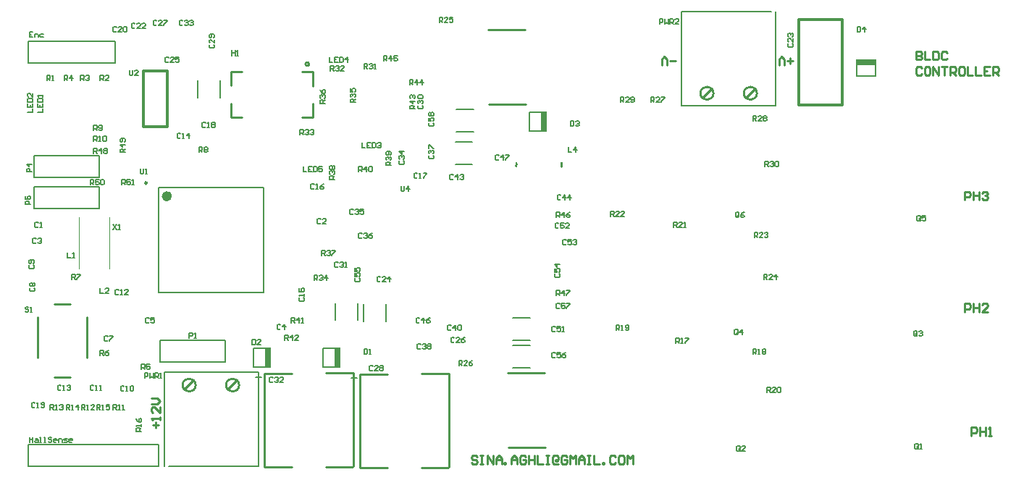
<source format=gto>
G04 Layer_Color=65535*
%FSLAX25Y25*%
%MOIN*%
G70*
G01*
G75*
%ADD40C,0.01000*%
%ADD55C,0.02362*%
%ADD56C,0.00984*%
%ADD57C,0.00787*%
%ADD58C,0.01181*%
%ADD59C,0.00591*%
%ADD60C,0.00394*%
%ADD61C,0.00709*%
%ADD62R,0.03150X0.09449*%
%ADD63R,0.09449X0.03150*%
D40*
X476821Y362689D02*
G03*
X476821Y362689I-3006J0D01*
G01*
X496821D02*
G03*
X496821Y362689I-3006J0D01*
G01*
X386101Y330427D02*
G03*
X386076Y328916I10399J-927D01*
G01*
X406917Y328799D02*
G03*
X406882Y330598I-10417J701D01*
G01*
X290725Y376100D02*
G03*
X290725Y376100I-825J0D01*
G01*
X258506Y228311D02*
G03*
X258506Y228311I-3006J0D01*
G01*
X238506D02*
G03*
X238506Y228311I-3006J0D01*
G01*
X471815Y360500D02*
X475815Y364500D01*
X491815Y360500D02*
X495815Y364500D01*
X314224Y190386D02*
X326626D01*
X342374D02*
X354776D01*
X314224D02*
Y233299D01*
Y233386D02*
X326626D01*
X354924Y190586D02*
Y233499D01*
X342374Y233486D02*
X354776D01*
X270224Y190701D02*
X282626D01*
X298374D02*
X310776D01*
X270224D02*
Y233614D01*
Y233701D02*
X282626D01*
X310924Y190901D02*
Y233814D01*
X298374Y233801D02*
X310776D01*
X188383Y241001D02*
Y259701D01*
X173284Y231801D02*
X180884D01*
X165784Y241000D02*
Y259701D01*
X173284Y265601D02*
X180882D01*
X254900Y351700D02*
X259900D01*
X254900D02*
Y358100D01*
Y372700D02*
X259900D01*
X254900Y366300D02*
Y372700D01*
X287500Y351700D02*
X292500D01*
Y358100D01*
Y366100D02*
Y372500D01*
X287500D02*
X292500D01*
X253500Y226500D02*
X257500Y230500D01*
X233500Y226500D02*
X237500Y230500D01*
X373180Y391900D02*
X390180D01*
X373280Y357700D02*
X390280D01*
X382200Y233900D02*
X399200D01*
X382300Y199700D02*
X399300D01*
X570000Y382059D02*
Y378123D01*
X571968D01*
X572624Y378779D01*
Y379435D01*
X571968Y380091D01*
X570000D01*
X571968D01*
X572624Y380747D01*
Y381403D01*
X571968Y382059D01*
X570000D01*
X573936D02*
Y378123D01*
X576560D01*
X577872Y382059D02*
Y378123D01*
X579839D01*
X580495Y378779D01*
Y381403D01*
X579839Y382059D01*
X577872D01*
X584431Y381403D02*
X583775Y382059D01*
X582463D01*
X581807Y381403D01*
Y378779D01*
X582463Y378123D01*
X583775D01*
X584431Y378779D01*
X572624Y374280D02*
X571968Y374936D01*
X570656D01*
X570000Y374280D01*
Y371656D01*
X570656Y371000D01*
X571968D01*
X572624Y371656D01*
X575904Y374936D02*
X574592D01*
X573936Y374280D01*
Y371656D01*
X574592Y371000D01*
X575904D01*
X576560Y371656D01*
Y374280D01*
X575904Y374936D01*
X577872Y371000D02*
Y374936D01*
X580495Y371000D01*
Y374936D01*
X581807D02*
X584431D01*
X583119D01*
Y371000D01*
X585743D02*
Y374936D01*
X587711D01*
X588367Y374280D01*
Y372968D01*
X587711Y372312D01*
X585743D01*
X587055D02*
X588367Y371000D01*
X591647Y374936D02*
X590335D01*
X589679Y374280D01*
Y371656D01*
X590335Y371000D01*
X591647D01*
X592303Y371656D01*
Y374280D01*
X591647Y374936D01*
X593614D02*
Y371000D01*
X596238D01*
X597550Y374936D02*
Y371000D01*
X600174D01*
X604110Y374936D02*
X601486D01*
Y371000D01*
X604110D01*
X601486Y372968D02*
X602798D01*
X605422Y371000D02*
Y374936D01*
X607389D01*
X608045Y374280D01*
Y372968D01*
X607389Y372312D01*
X605422D01*
X606734D02*
X608045Y371000D01*
X220032Y208500D02*
Y211124D01*
X218720Y209812D02*
X221344D01*
X222000Y212436D02*
Y213748D01*
Y213092D01*
X218064D01*
X218720Y212436D01*
X222000Y218339D02*
Y215716D01*
X219376Y218339D01*
X218720D01*
X218064Y217683D01*
Y216371D01*
X218720Y215716D01*
X218064Y219651D02*
X220688D01*
X222000Y220963D01*
X220688Y222275D01*
X218064D01*
X459500Y377532D02*
X456876D01*
X455564Y375564D02*
Y378188D01*
X454252Y379500D01*
X452940Y378188D01*
Y375564D01*
X513500Y377532D02*
X510876D01*
X512188Y376220D02*
Y378844D01*
X509564Y375564D02*
Y378188D01*
X508252Y379500D01*
X506940Y378188D01*
Y375564D01*
X595500Y205000D02*
Y208936D01*
X597468D01*
X598124Y208280D01*
Y206968D01*
X597468Y206312D01*
X595500D01*
X599436Y208936D02*
Y205000D01*
Y206968D01*
X602060D01*
Y208936D01*
Y205000D01*
X603371D02*
X604683D01*
X604027D01*
Y208936D01*
X603371Y208280D01*
X592500Y262000D02*
Y265936D01*
X594468D01*
X595124Y265280D01*
Y263968D01*
X594468Y263312D01*
X592500D01*
X596436Y265936D02*
Y262000D01*
Y263968D01*
X599060D01*
Y265936D01*
Y262000D01*
X602995D02*
X600372D01*
X602995Y264624D01*
Y265280D01*
X602339Y265936D01*
X601027D01*
X600372Y265280D01*
X592500Y313500D02*
Y317436D01*
X594468D01*
X595124Y316780D01*
Y315468D01*
X594468Y314812D01*
X592500D01*
X596436Y317436D02*
Y313500D01*
Y315468D01*
X599060D01*
Y317436D01*
Y313500D01*
X600372Y316780D02*
X601027Y317436D01*
X602339D01*
X602995Y316780D01*
Y316124D01*
X602339Y315468D01*
X601683D01*
X602339D01*
X602995Y314812D01*
Y314156D01*
X602339Y313500D01*
X601027D01*
X600372Y314156D01*
X368124Y195280D02*
X367468Y195936D01*
X366156D01*
X365500Y195280D01*
Y194624D01*
X366156Y193968D01*
X367468D01*
X368124Y193312D01*
Y192656D01*
X367468Y192000D01*
X366156D01*
X365500Y192656D01*
X369436Y195936D02*
X370748D01*
X370092D01*
Y192000D01*
X369436D01*
X370748D01*
X372715D02*
Y195936D01*
X375339Y192000D01*
Y195936D01*
X376651Y192000D02*
Y194624D01*
X377963Y195936D01*
X379275Y194624D01*
Y192000D01*
Y193968D01*
X376651D01*
X380587Y192000D02*
Y192656D01*
X381243D01*
Y192000D01*
X380587D01*
X383867D02*
Y194624D01*
X385179Y195936D01*
X386491Y194624D01*
Y192000D01*
Y193968D01*
X383867D01*
X390426Y195280D02*
X389770Y195936D01*
X388458D01*
X387803Y195280D01*
Y192656D01*
X388458Y192000D01*
X389770D01*
X390426Y192656D01*
Y193968D01*
X389114D01*
X391738Y195936D02*
Y192000D01*
Y193968D01*
X394362D01*
Y195936D01*
Y192000D01*
X395674Y195936D02*
Y192000D01*
X398298D01*
X399610Y195936D02*
X400922D01*
X400266D01*
Y192000D01*
X399610D01*
X400922D01*
X404857Y193312D02*
Y193968D01*
X404201D01*
Y193312D01*
X404857D01*
X405513Y193968D01*
Y195280D01*
X404857Y195936D01*
X403546D01*
X402889Y195280D01*
Y192656D01*
X403546Y192000D01*
X405513D01*
X409449Y195280D02*
X408793Y195936D01*
X407481D01*
X406825Y195280D01*
Y192656D01*
X407481Y192000D01*
X408793D01*
X409449Y192656D01*
Y193968D01*
X408137D01*
X410761Y192000D02*
Y195936D01*
X412073Y194624D01*
X413385Y195936D01*
Y192000D01*
X414697D02*
Y194624D01*
X416009Y195936D01*
X417321Y194624D01*
Y192000D01*
Y193968D01*
X414697D01*
X418633Y195936D02*
X419944D01*
X419288D01*
Y192000D01*
X418633D01*
X419944D01*
X421912Y195936D02*
Y192000D01*
X424536D01*
X425848D02*
Y192656D01*
X426504D01*
Y192000D01*
X425848D01*
X431752Y195280D02*
X431096Y195936D01*
X429784D01*
X429128Y195280D01*
Y192656D01*
X429784Y192000D01*
X431096D01*
X431752Y192656D01*
X435031Y195936D02*
X433719D01*
X433064Y195280D01*
Y192656D01*
X433719Y192000D01*
X435031D01*
X435687Y192656D01*
Y195280D01*
X435031Y195936D01*
X436999Y192000D02*
Y195936D01*
X438311Y194624D01*
X439623Y195936D01*
Y192000D01*
D55*
X226394Y315276D02*
G03*
X226394Y315276I-1181J0D01*
G01*
D56*
X216059Y321378D02*
G03*
X216059Y321378I-492J0D01*
G01*
D57*
X161500Y376500D02*
Y386500D01*
X201500D01*
X161500Y376500D02*
X201500D01*
Y386500D01*
X161500Y201000D02*
X221500D01*
X161500Y191000D02*
X221500D01*
Y201000D01*
X161500Y191000D02*
Y201000D01*
X462004Y400185D02*
X483658D01*
X462004Y356878D02*
Y400185D01*
Y356878D02*
X483658D01*
X505311D02*
Y400185D01*
X483658D02*
X503342D01*
X483658Y356878D02*
X505311D01*
X326118Y257618D02*
Y265492D01*
X315882Y257618D02*
Y265492D01*
X384508Y236382D02*
X392382D01*
X384508Y246618D02*
X392382D01*
X384508Y248882D02*
X392382D01*
X384508Y259118D02*
X392382D01*
X392000Y345169D02*
X399500D01*
X392000Y353831D02*
X399500D01*
X392000Y345169D02*
Y353831D01*
X358008Y329882D02*
X365882D01*
X358008Y340118D02*
X365882D01*
X358508Y344882D02*
X366382D01*
X358508Y355118D02*
X366382D01*
X302882Y258118D02*
Y265992D01*
X313118Y258118D02*
Y265992D01*
X297000Y236669D02*
X304500D01*
X297000Y245331D02*
X304500D01*
X297000Y236669D02*
Y245331D01*
X265000Y236669D02*
X272500D01*
X265000Y245331D02*
X272500D01*
X265000Y236669D02*
Y245331D01*
X222000Y239000D02*
Y249000D01*
X252000D01*
Y239000D02*
Y249000D01*
X222000Y239000D02*
X252000D01*
X164000Y334000D02*
X194000D01*
X164000Y324000D02*
Y334000D01*
Y324000D02*
X194000D01*
Y334000D01*
X164000Y319500D02*
X194000D01*
X164000Y309500D02*
Y319500D01*
Y309500D02*
X194000D01*
Y319500D01*
X221276Y270787D02*
X269701D01*
X221276Y319213D02*
X269701D01*
Y270787D02*
Y319213D01*
X221276Y270787D02*
Y319213D01*
X249618Y360618D02*
Y368492D01*
X239382Y360618D02*
Y368492D01*
X245657Y190815D02*
X267311D01*
Y234122D01*
X245657D02*
X267311D01*
X224004Y190815D02*
Y234122D01*
X225972Y190815D02*
X245657D01*
X224004Y234122D02*
X245657D01*
X551331Y370500D02*
Y378000D01*
X542669Y370500D02*
Y378000D01*
Y370500D02*
X551331D01*
D58*
X516354Y396693D02*
X536039D01*
X516354Y357323D02*
X536039D01*
X515961D02*
Y396693D01*
X536039Y357323D02*
Y396693D01*
X225500Y347295D02*
Y372886D01*
X214300Y347295D02*
X225500D01*
X214300D02*
Y372886D01*
X225500D01*
D59*
X310000Y231485D02*
X312600D01*
X311300Y230185D02*
Y232785D01*
X266000Y231800D02*
X268600D01*
X267300Y230500D02*
Y233100D01*
D60*
X198600Y282007D02*
Y305629D01*
X184800Y282029D02*
Y305629D01*
D61*
X163574Y390861D02*
X162000D01*
Y388500D01*
X163574D01*
X162000Y389681D02*
X162787D01*
X164361Y388500D02*
Y390074D01*
X165542D01*
X165936Y389681D01*
Y388500D01*
X168297Y390074D02*
X167116D01*
X166723Y389681D01*
Y388894D01*
X167116Y388500D01*
X168297D01*
X162000Y204361D02*
Y202000D01*
Y203181D01*
X163574D01*
Y204361D01*
Y202000D01*
X164755Y203574D02*
X165542D01*
X165936Y203181D01*
Y202000D01*
X164755D01*
X164361Y202394D01*
X164755Y202787D01*
X165936D01*
X166723Y202000D02*
X167510D01*
X167116D01*
Y204361D01*
X166723D01*
X168691Y202000D02*
X169478D01*
X169084D01*
Y204361D01*
X168691D01*
X172233Y203968D02*
X171839Y204361D01*
X171052D01*
X170659Y203968D01*
Y203574D01*
X171052Y203181D01*
X171839D01*
X172233Y202787D01*
Y202394D01*
X171839Y202000D01*
X171052D01*
X170659Y202394D01*
X174201Y202000D02*
X173414D01*
X173020Y202394D01*
Y203181D01*
X173414Y203574D01*
X174201D01*
X174594Y203181D01*
Y202787D01*
X173020D01*
X175382Y202000D02*
Y203574D01*
X176562D01*
X176956Y203181D01*
Y202000D01*
X177743D02*
X178924D01*
X179317Y202394D01*
X178924Y202787D01*
X178137D01*
X177743Y203181D01*
X178137Y203574D01*
X179317D01*
X181285Y202000D02*
X180498D01*
X180104Y202394D01*
Y203181D01*
X180498Y203574D01*
X181285D01*
X181679Y203181D01*
Y202787D01*
X180104D01*
X452000Y394500D02*
Y396861D01*
X453181D01*
X453574Y396468D01*
Y395681D01*
X453181Y395287D01*
X452000D01*
X454361Y396861D02*
Y394500D01*
X455149Y395287D01*
X455936Y394500D01*
Y396861D01*
X456723Y394500D02*
Y396861D01*
X457904D01*
X458297Y396468D01*
Y395681D01*
X457904Y395287D01*
X456723D01*
X457510D02*
X458297Y394500D01*
X460659D02*
X459084D01*
X460659Y396074D01*
Y396468D01*
X460265Y396861D01*
X459478D01*
X459084Y396468D01*
X511532Y385574D02*
X511139Y385181D01*
Y384394D01*
X511532Y384000D01*
X513106D01*
X513500Y384394D01*
Y385181D01*
X513106Y385574D01*
X513500Y387936D02*
Y386361D01*
X511926Y387936D01*
X511532D01*
X511139Y387542D01*
Y386755D01*
X511532Y386361D01*
Y388723D02*
X511139Y389116D01*
Y389904D01*
X511532Y390297D01*
X511926D01*
X512319Y389904D01*
Y389510D01*
Y389904D01*
X512713Y390297D01*
X513106D01*
X513500Y389904D01*
Y389116D01*
X513106Y388723D01*
X571074Y199394D02*
Y200968D01*
X570681Y201361D01*
X569894D01*
X569500Y200968D01*
Y199394D01*
X569894Y199000D01*
X570681D01*
X570287Y199787D02*
X571074Y199000D01*
X570681D02*
X571074Y199394D01*
X571861Y199000D02*
X572649D01*
X572255D01*
Y201361D01*
X571861Y200968D01*
X570574Y251394D02*
Y252968D01*
X570181Y253361D01*
X569394D01*
X569000Y252968D01*
Y251394D01*
X569394Y251000D01*
X570181D01*
X569787Y251787D02*
X570574Y251000D01*
X570181D02*
X570574Y251394D01*
X571361Y252968D02*
X571755Y253361D01*
X572542D01*
X572936Y252968D01*
Y252574D01*
X572542Y252181D01*
X572149D01*
X572542D01*
X572936Y251787D01*
Y251394D01*
X572542Y251000D01*
X571755D01*
X571361Y251394D01*
X572074Y304394D02*
Y305968D01*
X571681Y306361D01*
X570894D01*
X570500Y305968D01*
Y304394D01*
X570894Y304000D01*
X571681D01*
X571287Y304787D02*
X572074Y304000D01*
X571681D02*
X572074Y304394D01*
X574436Y306361D02*
X572861D01*
Y305181D01*
X573649Y305574D01*
X574042D01*
X574436Y305181D01*
Y304394D01*
X574042Y304000D01*
X573255D01*
X572861Y304394D01*
X488574Y305894D02*
Y307468D01*
X488181Y307861D01*
X487394D01*
X487000Y307468D01*
Y305894D01*
X487394Y305500D01*
X488181D01*
X487787Y306287D02*
X488574Y305500D01*
X488181D02*
X488574Y305894D01*
X490936Y307861D02*
X490149Y307468D01*
X489361Y306681D01*
Y305894D01*
X489755Y305500D01*
X490542D01*
X490936Y305894D01*
Y306287D01*
X490542Y306681D01*
X489361D01*
X488074Y251894D02*
Y253468D01*
X487681Y253861D01*
X486894D01*
X486500Y253468D01*
Y251894D01*
X486894Y251500D01*
X487681D01*
X487287Y252287D02*
X488074Y251500D01*
X487681D02*
X488074Y251894D01*
X490042Y251500D02*
Y253861D01*
X488861Y252681D01*
X490436D01*
X489074Y198394D02*
Y199968D01*
X488681Y200361D01*
X487894D01*
X487500Y199968D01*
Y198394D01*
X487894Y198000D01*
X488681D01*
X488287Y198787D02*
X489074Y198000D01*
X488681D02*
X489074Y198394D01*
X491436Y198000D02*
X489861D01*
X491436Y199574D01*
Y199968D01*
X491042Y200361D01*
X490255D01*
X489861Y199968D01*
X323574Y277968D02*
X323181Y278361D01*
X322394D01*
X322000Y277968D01*
Y276394D01*
X322394Y276000D01*
X323181D01*
X323574Y276394D01*
X325936Y276000D02*
X324361D01*
X325936Y277574D01*
Y277968D01*
X325542Y278361D01*
X324755D01*
X324361Y277968D01*
X327904Y276000D02*
Y278361D01*
X326723Y277181D01*
X328297D01*
X341574Y258968D02*
X341181Y259361D01*
X340394D01*
X340000Y258968D01*
Y257394D01*
X340394Y257000D01*
X341181D01*
X341574Y257394D01*
X343542Y257000D02*
Y259361D01*
X342361Y258181D01*
X343936D01*
X346297Y259361D02*
X345510Y258968D01*
X344723Y258181D01*
Y257394D01*
X345116Y257000D01*
X345904D01*
X346297Y257394D01*
Y257787D01*
X345904Y258181D01*
X344723D01*
X342074Y246968D02*
X341681Y247361D01*
X340894D01*
X340500Y246968D01*
Y245394D01*
X340894Y245000D01*
X341681D01*
X342074Y245394D01*
X342861Y246968D02*
X343255Y247361D01*
X344042D01*
X344436Y246968D01*
Y246574D01*
X344042Y246181D01*
X343649D01*
X344042D01*
X344436Y245787D01*
Y245394D01*
X344042Y245000D01*
X343255D01*
X342861Y245394D01*
X345223Y246968D02*
X345616Y247361D01*
X346404D01*
X346797Y246968D01*
Y246574D01*
X346404Y246181D01*
X346797Y245787D01*
Y245394D01*
X346404Y245000D01*
X345616D01*
X345223Y245394D01*
Y245787D01*
X345616Y246181D01*
X345223Y246574D01*
Y246968D01*
X345616Y246181D02*
X346404D01*
X357574Y249968D02*
X357181Y250361D01*
X356394D01*
X356000Y249968D01*
Y248394D01*
X356394Y248000D01*
X357181D01*
X357574Y248394D01*
X359936Y248000D02*
X358361D01*
X359936Y249574D01*
Y249968D01*
X359542Y250361D01*
X358755D01*
X358361Y249968D01*
X362297Y250361D02*
X361510Y249968D01*
X360723Y249181D01*
Y248394D01*
X361116Y248000D01*
X361904D01*
X362297Y248394D01*
Y248787D01*
X361904Y249181D01*
X360723D01*
X356074Y255468D02*
X355681Y255861D01*
X354894D01*
X354500Y255468D01*
Y253894D01*
X354894Y253500D01*
X355681D01*
X356074Y253894D01*
X358042Y253500D02*
Y255861D01*
X356861Y254681D01*
X358436D01*
X359223Y255468D02*
X359616Y255861D01*
X360404D01*
X360797Y255468D01*
Y253894D01*
X360404Y253500D01*
X359616D01*
X359223Y253894D01*
Y255468D01*
X404074Y242968D02*
X403681Y243361D01*
X402894D01*
X402500Y242968D01*
Y241394D01*
X402894Y241000D01*
X403681D01*
X404074Y241394D01*
X406436Y243361D02*
X404861D01*
Y242181D01*
X405649Y242574D01*
X406042D01*
X406436Y242181D01*
Y241394D01*
X406042Y241000D01*
X405255D01*
X404861Y241394D01*
X408797Y243361D02*
X408010Y242968D01*
X407223Y242181D01*
Y241394D01*
X407616Y241000D01*
X408404D01*
X408797Y241394D01*
Y241787D01*
X408404Y242181D01*
X407223D01*
X404074Y254968D02*
X403681Y255361D01*
X402894D01*
X402500Y254968D01*
Y253394D01*
X402894Y253000D01*
X403681D01*
X404074Y253394D01*
X406436Y255361D02*
X404861D01*
Y254181D01*
X405649Y254574D01*
X406042D01*
X406436Y254181D01*
Y253394D01*
X406042Y253000D01*
X405255D01*
X404861Y253394D01*
X407223Y253000D02*
X408010D01*
X407616D01*
Y255361D01*
X407223Y254968D01*
X406074Y265468D02*
X405681Y265861D01*
X404894D01*
X404500Y265468D01*
Y263894D01*
X404894Y263500D01*
X405681D01*
X406074Y263894D01*
X408436Y265861D02*
X406861D01*
Y264681D01*
X407649Y265074D01*
X408042D01*
X408436Y264681D01*
Y263894D01*
X408042Y263500D01*
X407255D01*
X406861Y263894D01*
X409223Y265861D02*
X410797D01*
Y265468D01*
X409223Y263894D01*
Y263500D01*
X404500Y269500D02*
Y271861D01*
X405681D01*
X406074Y271468D01*
Y270681D01*
X405681Y270287D01*
X404500D01*
X405287D02*
X406074Y269500D01*
X408042D02*
Y271861D01*
X406861Y270681D01*
X408436D01*
X409223Y271861D02*
X410797D01*
Y271468D01*
X409223Y269894D01*
Y269500D01*
X404032Y279574D02*
X403639Y279181D01*
Y278394D01*
X404032Y278000D01*
X405606D01*
X406000Y278394D01*
Y279181D01*
X405606Y279574D01*
X403639Y281936D02*
Y280361D01*
X404819D01*
X404426Y281149D01*
Y281542D01*
X404819Y281936D01*
X405606D01*
X406000Y281542D01*
Y280755D01*
X405606Y280361D01*
X406000Y283904D02*
X403639D01*
X404819Y282723D01*
Y284297D01*
X409074Y294968D02*
X408681Y295361D01*
X407894D01*
X407500Y294968D01*
Y293394D01*
X407894Y293000D01*
X408681D01*
X409074Y293394D01*
X411436Y295361D02*
X409861D01*
Y294181D01*
X410649Y294574D01*
X411042D01*
X411436Y294181D01*
Y293394D01*
X411042Y293000D01*
X410255D01*
X409861Y293394D01*
X412223Y294968D02*
X412616Y295361D01*
X413404D01*
X413797Y294968D01*
Y294574D01*
X413404Y294181D01*
X413010D01*
X413404D01*
X413797Y293787D01*
Y293394D01*
X413404Y293000D01*
X412616D01*
X412223Y293394D01*
X405574Y302468D02*
X405181Y302861D01*
X404394D01*
X404000Y302468D01*
Y300894D01*
X404394Y300500D01*
X405181D01*
X405574Y300894D01*
X407936Y302861D02*
X406361D01*
Y301681D01*
X407149Y302074D01*
X407542D01*
X407936Y301681D01*
Y300894D01*
X407542Y300500D01*
X406755D01*
X406361Y300894D01*
X410297Y300500D02*
X408723D01*
X410297Y302074D01*
Y302468D01*
X409904Y302861D01*
X409116D01*
X408723Y302468D01*
X404500Y305500D02*
Y307861D01*
X405681D01*
X406074Y307468D01*
Y306681D01*
X405681Y306287D01*
X404500D01*
X405287D02*
X406074Y305500D01*
X408042D02*
Y307861D01*
X406861Y306681D01*
X408436D01*
X410797Y307861D02*
X410010Y307468D01*
X409223Y306681D01*
Y305894D01*
X409616Y305500D01*
X410404D01*
X410797Y305894D01*
Y306287D01*
X410404Y306681D01*
X409223D01*
X406574Y315468D02*
X406181Y315861D01*
X405394D01*
X405000Y315468D01*
Y313894D01*
X405394Y313500D01*
X406181D01*
X406574Y313894D01*
X408542Y313500D02*
Y315861D01*
X407361Y314681D01*
X408936D01*
X410904Y313500D02*
Y315861D01*
X409723Y314681D01*
X411297D01*
X410000Y337861D02*
Y335500D01*
X411574D01*
X413542D02*
Y337861D01*
X412361Y336681D01*
X413936D01*
X411000Y349861D02*
Y347500D01*
X412181D01*
X412574Y347894D01*
Y349468D01*
X412181Y349861D01*
X411000D01*
X413361Y349468D02*
X413755Y349861D01*
X414542D01*
X414936Y349468D01*
Y349074D01*
X414542Y348681D01*
X414149D01*
X414542D01*
X414936Y348287D01*
Y347894D01*
X414542Y347500D01*
X413755D01*
X413361Y347894D01*
X378074Y333968D02*
X377681Y334361D01*
X376894D01*
X376500Y333968D01*
Y332394D01*
X376894Y332000D01*
X377681D01*
X378074Y332394D01*
X380042Y332000D02*
Y334361D01*
X378861Y333181D01*
X380436D01*
X381223Y334361D02*
X382797D01*
Y333968D01*
X381223Y332394D01*
Y332000D01*
X357074Y324968D02*
X356681Y325361D01*
X355894D01*
X355500Y324968D01*
Y323394D01*
X355894Y323000D01*
X356681D01*
X357074Y323394D01*
X359042Y323000D02*
Y325361D01*
X357861Y324181D01*
X359436D01*
X360223Y324968D02*
X360616Y325361D01*
X361404D01*
X361797Y324968D01*
Y324574D01*
X361404Y324181D01*
X361010D01*
X361404D01*
X361797Y323787D01*
Y323394D01*
X361404Y323000D01*
X360616D01*
X360223Y323394D01*
X340574Y325468D02*
X340181Y325861D01*
X339394D01*
X339000Y325468D01*
Y323894D01*
X339394Y323500D01*
X340181D01*
X340574Y323894D01*
X341361Y323500D02*
X342149D01*
X341755D01*
Y325861D01*
X341361Y325468D01*
X343329Y325861D02*
X344904D01*
Y325468D01*
X343329Y323894D01*
Y323500D01*
X333000Y319861D02*
Y317894D01*
X333394Y317500D01*
X334181D01*
X334574Y317894D01*
Y319861D01*
X336542Y317500D02*
Y319861D01*
X335361Y318681D01*
X336936D01*
X346032Y334074D02*
X345639Y333681D01*
Y332894D01*
X346032Y332500D01*
X347606D01*
X348000Y332894D01*
Y333681D01*
X347606Y334074D01*
X346032Y334861D02*
X345639Y335255D01*
Y336042D01*
X346032Y336436D01*
X346426D01*
X346819Y336042D01*
Y335649D01*
Y336042D01*
X347213Y336436D01*
X347606D01*
X348000Y336042D01*
Y335255D01*
X347606Y334861D01*
X345639Y337223D02*
Y338797D01*
X346032D01*
X347606Y337223D01*
X348000D01*
X346032Y349074D02*
X345639Y348681D01*
Y347894D01*
X346032Y347500D01*
X347606D01*
X348000Y347894D01*
Y348681D01*
X347606Y349074D01*
X345639Y351436D02*
Y349861D01*
X346819D01*
X346426Y350649D01*
Y351042D01*
X346819Y351436D01*
X347606D01*
X348000Y351042D01*
Y350255D01*
X347606Y349861D01*
X346032Y352223D02*
X345639Y352616D01*
Y353404D01*
X346032Y353797D01*
X346426D01*
X346819Y353404D01*
X347213Y353797D01*
X347606D01*
X348000Y353404D01*
Y352616D01*
X347606Y352223D01*
X347213D01*
X346819Y352616D01*
X346426Y352223D01*
X346032D01*
X346819Y352616D02*
Y353404D01*
X339500Y355500D02*
X337139D01*
Y356681D01*
X337532Y357074D01*
X338319D01*
X338713Y356681D01*
Y355500D01*
Y356287D02*
X339500Y357074D01*
Y359042D02*
X337139D01*
X338319Y357861D01*
Y359436D01*
X337532Y360223D02*
X337139Y360616D01*
Y361404D01*
X337532Y361797D01*
X337926D01*
X338319Y361404D01*
Y361010D01*
Y361404D01*
X338713Y361797D01*
X339106D01*
X339500Y361404D01*
Y360616D01*
X339106Y360223D01*
X332532Y331574D02*
X332139Y331181D01*
Y330394D01*
X332532Y330000D01*
X334106D01*
X334500Y330394D01*
Y331181D01*
X334106Y331574D01*
X332532Y332361D02*
X332139Y332755D01*
Y333542D01*
X332532Y333936D01*
X332926D01*
X333319Y333542D01*
Y333149D01*
Y333542D01*
X333713Y333936D01*
X334106D01*
X334500Y333542D01*
Y332755D01*
X334106Y332361D01*
X334500Y335904D02*
X332139D01*
X333319Y334723D01*
Y336297D01*
X328500Y329500D02*
X326139D01*
Y330681D01*
X326532Y331074D01*
X327319D01*
X327713Y330681D01*
Y329500D01*
Y330287D02*
X328500Y331074D01*
X326532Y331861D02*
X326139Y332255D01*
Y333042D01*
X326532Y333436D01*
X326926D01*
X327319Y333042D01*
Y332649D01*
Y333042D01*
X327713Y333436D01*
X328106D01*
X328500Y333042D01*
Y332255D01*
X328106Y331861D01*
Y334223D02*
X328500Y334616D01*
Y335404D01*
X328106Y335797D01*
X326532D01*
X326139Y335404D01*
Y334616D01*
X326532Y334223D01*
X326926D01*
X327319Y334616D01*
Y335797D01*
X341032Y357074D02*
X340639Y356681D01*
Y355894D01*
X341032Y355500D01*
X342606D01*
X343000Y355894D01*
Y356681D01*
X342606Y357074D01*
X341032Y357861D02*
X340639Y358255D01*
Y359042D01*
X341032Y359436D01*
X341426D01*
X341819Y359042D01*
Y358649D01*
Y359042D01*
X342213Y359436D01*
X342606D01*
X343000Y359042D01*
Y358255D01*
X342606Y357861D01*
X341032Y360223D02*
X340639Y360616D01*
Y361404D01*
X341032Y361797D01*
X342606D01*
X343000Y361404D01*
Y360616D01*
X342606Y360223D01*
X341032D01*
X337000Y366500D02*
Y368861D01*
X338181D01*
X338574Y368468D01*
Y367681D01*
X338181Y367287D01*
X337000D01*
X337787D02*
X338574Y366500D01*
X340542D02*
Y368861D01*
X339361Y367681D01*
X340936D01*
X342904Y366500D02*
Y368861D01*
X341723Y367681D01*
X343297D01*
X325000Y377500D02*
Y379861D01*
X326181D01*
X326574Y379468D01*
Y378681D01*
X326181Y378287D01*
X325000D01*
X325787D02*
X326574Y377500D01*
X328542D02*
Y379861D01*
X327361Y378681D01*
X328936D01*
X331297Y379861D02*
X329723D01*
Y378681D01*
X330510Y379074D01*
X330904D01*
X331297Y378681D01*
Y377894D01*
X330904Y377500D01*
X330116D01*
X329723Y377894D01*
X315000Y339861D02*
Y337500D01*
X316574D01*
X318936Y339861D02*
X317361D01*
Y337500D01*
X318936D01*
X317361Y338681D02*
X318149D01*
X319723Y339861D02*
Y337500D01*
X320904D01*
X321297Y337894D01*
Y339468D01*
X320904Y339861D01*
X319723D01*
X322084Y339468D02*
X322478Y339861D01*
X323265D01*
X323659Y339468D01*
Y339074D01*
X323265Y338681D01*
X322871D01*
X323265D01*
X323659Y338287D01*
Y337894D01*
X323265Y337500D01*
X322478D01*
X322084Y337894D01*
X316000Y374000D02*
Y376361D01*
X317181D01*
X317574Y375968D01*
Y375181D01*
X317181Y374787D01*
X316000D01*
X316787D02*
X317574Y374000D01*
X318361Y375968D02*
X318755Y376361D01*
X319542D01*
X319936Y375968D01*
Y375574D01*
X319542Y375181D01*
X319149D01*
X319542D01*
X319936Y374787D01*
Y374394D01*
X319542Y374000D01*
X318755D01*
X318361Y374394D01*
X320723Y374000D02*
X321510D01*
X321116D01*
Y376361D01*
X320723Y375968D01*
X312000Y358500D02*
X309639D01*
Y359681D01*
X310032Y360074D01*
X310819D01*
X311213Y359681D01*
Y358500D01*
Y359287D02*
X312000Y360074D01*
X310032Y360861D02*
X309639Y361255D01*
Y362042D01*
X310032Y362436D01*
X310426D01*
X310819Y362042D01*
Y361649D01*
Y362042D01*
X311213Y362436D01*
X311606D01*
X312000Y362042D01*
Y361255D01*
X311606Y360861D01*
X309639Y364797D02*
Y363223D01*
X310819D01*
X310426Y364010D01*
Y364404D01*
X310819Y364797D01*
X311606D01*
X312000Y364404D01*
Y363616D01*
X311606Y363223D01*
X300500Y373000D02*
Y375361D01*
X301681D01*
X302074Y374968D01*
Y374181D01*
X301681Y373787D01*
X300500D01*
X301287D02*
X302074Y373000D01*
X302861Y374968D02*
X303255Y375361D01*
X304042D01*
X304436Y374968D01*
Y374574D01*
X304042Y374181D01*
X303649D01*
X304042D01*
X304436Y373787D01*
Y373394D01*
X304042Y373000D01*
X303255D01*
X302861Y373394D01*
X306797Y373000D02*
X305223D01*
X306797Y374574D01*
Y374968D01*
X306404Y375361D01*
X305616D01*
X305223Y374968D01*
X300000Y379361D02*
Y377000D01*
X301574D01*
X303936Y379361D02*
X302361D01*
Y377000D01*
X303936D01*
X302361Y378181D02*
X303149D01*
X304723Y379361D02*
Y377000D01*
X305904D01*
X306297Y377394D01*
Y378968D01*
X305904Y379361D01*
X304723D01*
X308265Y377000D02*
Y379361D01*
X307084Y378181D01*
X308659D01*
X298000Y358000D02*
X295639D01*
Y359181D01*
X296032Y359574D01*
X296819D01*
X297213Y359181D01*
Y358000D01*
Y358787D02*
X298000Y359574D01*
X296032Y360361D02*
X295639Y360755D01*
Y361542D01*
X296032Y361936D01*
X296426D01*
X296819Y361542D01*
Y361149D01*
Y361542D01*
X297213Y361936D01*
X297606D01*
X298000Y361542D01*
Y360755D01*
X297606Y360361D01*
X295639Y364297D02*
X296032Y363510D01*
X296819Y362723D01*
X297606D01*
X298000Y363116D01*
Y363904D01*
X297606Y364297D01*
X297213D01*
X296819Y363904D01*
Y362723D01*
X302500Y323000D02*
X300139D01*
Y324181D01*
X300532Y324574D01*
X301319D01*
X301713Y324181D01*
Y323000D01*
Y323787D02*
X302500Y324574D01*
X300532Y325361D02*
X300139Y325755D01*
Y326542D01*
X300532Y326936D01*
X300926D01*
X301319Y326542D01*
Y326149D01*
Y326542D01*
X301713Y326936D01*
X302106D01*
X302500Y326542D01*
Y325755D01*
X302106Y325361D01*
X300532Y327723D02*
X300139Y328116D01*
Y328904D01*
X300532Y329297D01*
X300926D01*
X301319Y328904D01*
X301713Y329297D01*
X302106D01*
X302500Y328904D01*
Y328116D01*
X302106Y327723D01*
X301713D01*
X301319Y328116D01*
X300926Y327723D01*
X300532D01*
X301319Y328116D02*
Y328904D01*
X286500Y343500D02*
Y345861D01*
X287681D01*
X288074Y345468D01*
Y344681D01*
X287681Y344287D01*
X286500D01*
X287287D02*
X288074Y343500D01*
X288861Y345468D02*
X289255Y345861D01*
X290042D01*
X290436Y345468D01*
Y345074D01*
X290042Y344681D01*
X289649D01*
X290042D01*
X290436Y344287D01*
Y343894D01*
X290042Y343500D01*
X289255D01*
X288861Y343894D01*
X291223Y345468D02*
X291616Y345861D01*
X292404D01*
X292797Y345468D01*
Y345074D01*
X292404Y344681D01*
X292010D01*
X292404D01*
X292797Y344287D01*
Y343894D01*
X292404Y343500D01*
X291616D01*
X291223Y343894D01*
X288000Y328861D02*
Y326500D01*
X289574D01*
X291936Y328861D02*
X290361D01*
Y326500D01*
X291936D01*
X290361Y327681D02*
X291149D01*
X292723Y328861D02*
Y326500D01*
X293904D01*
X294297Y326894D01*
Y328468D01*
X293904Y328861D01*
X292723D01*
X296659D02*
X295084D01*
Y327681D01*
X295871Y328074D01*
X296265D01*
X296659Y327681D01*
Y326894D01*
X296265Y326500D01*
X295478D01*
X295084Y326894D01*
X313500Y326500D02*
Y328861D01*
X314681D01*
X315074Y328468D01*
Y327681D01*
X314681Y327287D01*
X313500D01*
X314287D02*
X315074Y326500D01*
X317042D02*
Y328861D01*
X315861Y327681D01*
X317436D01*
X318223Y328468D02*
X318616Y328861D01*
X319404D01*
X319797Y328468D01*
Y326894D01*
X319404Y326500D01*
X318616D01*
X318223Y326894D01*
Y328468D01*
X293074Y320468D02*
X292681Y320861D01*
X291894D01*
X291500Y320468D01*
Y318894D01*
X291894Y318500D01*
X292681D01*
X293074Y318894D01*
X293861Y318500D02*
X294649D01*
X294255D01*
Y320861D01*
X293861Y320468D01*
X297404Y320861D02*
X296616Y320468D01*
X295829Y319681D01*
Y318894D01*
X296223Y318500D01*
X297010D01*
X297404Y318894D01*
Y319287D01*
X297010Y319681D01*
X295829D01*
X296074Y304468D02*
X295681Y304861D01*
X294894D01*
X294500Y304468D01*
Y302894D01*
X294894Y302500D01*
X295681D01*
X296074Y302894D01*
X298436Y302500D02*
X296861D01*
X298436Y304074D01*
Y304468D01*
X298042Y304861D01*
X297255D01*
X296861Y304468D01*
X311074Y308968D02*
X310681Y309361D01*
X309894D01*
X309500Y308968D01*
Y307394D01*
X309894Y307000D01*
X310681D01*
X311074Y307394D01*
X311861Y308968D02*
X312255Y309361D01*
X313042D01*
X313436Y308968D01*
Y308574D01*
X313042Y308181D01*
X312649D01*
X313042D01*
X313436Y307787D01*
Y307394D01*
X313042Y307000D01*
X312255D01*
X311861Y307394D01*
X315797Y309361D02*
X314223D01*
Y308181D01*
X315010Y308574D01*
X315404D01*
X315797Y308181D01*
Y307394D01*
X315404Y307000D01*
X314616D01*
X314223Y307394D01*
X315074Y297968D02*
X314681Y298361D01*
X313894D01*
X313500Y297968D01*
Y296394D01*
X313894Y296000D01*
X314681D01*
X315074Y296394D01*
X315861Y297968D02*
X316255Y298361D01*
X317042D01*
X317436Y297968D01*
Y297574D01*
X317042Y297181D01*
X316649D01*
X317042D01*
X317436Y296787D01*
Y296394D01*
X317042Y296000D01*
X316255D01*
X315861Y296394D01*
X319797Y298361D02*
X319010Y297968D01*
X318223Y297181D01*
Y296394D01*
X318616Y296000D01*
X319404D01*
X319797Y296394D01*
Y296787D01*
X319404Y297181D01*
X318223D01*
X296500Y288000D02*
Y290361D01*
X297681D01*
X298074Y289968D01*
Y289181D01*
X297681Y288787D01*
X296500D01*
X297287D02*
X298074Y288000D01*
X298861Y289968D02*
X299255Y290361D01*
X300042D01*
X300436Y289968D01*
Y289574D01*
X300042Y289181D01*
X299649D01*
X300042D01*
X300436Y288787D01*
Y288394D01*
X300042Y288000D01*
X299255D01*
X298861Y288394D01*
X301223Y290361D02*
X302797D01*
Y289968D01*
X301223Y288394D01*
Y288000D01*
X304074Y284468D02*
X303681Y284861D01*
X302894D01*
X302500Y284468D01*
Y282894D01*
X302894Y282500D01*
X303681D01*
X304074Y282894D01*
X304861Y284468D02*
X305255Y284861D01*
X306042D01*
X306436Y284468D01*
Y284074D01*
X306042Y283681D01*
X305649D01*
X306042D01*
X306436Y283287D01*
Y282894D01*
X306042Y282500D01*
X305255D01*
X304861Y282894D01*
X307223Y282500D02*
X308010D01*
X307616D01*
Y284861D01*
X307223Y284468D01*
X312032Y277574D02*
X311639Y277181D01*
Y276394D01*
X312032Y276000D01*
X313606D01*
X314000Y276394D01*
Y277181D01*
X313606Y277574D01*
X311639Y279936D02*
Y278361D01*
X312819D01*
X312426Y279149D01*
Y279542D01*
X312819Y279936D01*
X313606D01*
X314000Y279542D01*
Y278755D01*
X313606Y278361D01*
X311639Y282297D02*
Y280723D01*
X312819D01*
X312426Y281510D01*
Y281904D01*
X312819Y282297D01*
X313606D01*
X314000Y281904D01*
Y281116D01*
X313606Y280723D01*
X293000Y276500D02*
Y278861D01*
X294181D01*
X294574Y278468D01*
Y277681D01*
X294181Y277287D01*
X293000D01*
X293787D02*
X294574Y276500D01*
X295361Y278468D02*
X295755Y278861D01*
X296542D01*
X296936Y278468D01*
Y278074D01*
X296542Y277681D01*
X296149D01*
X296542D01*
X296936Y277287D01*
Y276894D01*
X296542Y276500D01*
X295755D01*
X295361Y276894D01*
X298904Y276500D02*
Y278861D01*
X297723Y277681D01*
X299297D01*
X286532Y268574D02*
X286139Y268181D01*
Y267394D01*
X286532Y267000D01*
X288106D01*
X288500Y267394D01*
Y268181D01*
X288106Y268574D01*
X288500Y269361D02*
Y270149D01*
Y269755D01*
X286139D01*
X286532Y269361D01*
X286139Y272904D02*
Y271329D01*
X287319D01*
X286926Y272116D01*
Y272510D01*
X287319Y272904D01*
X288106D01*
X288500Y272510D01*
Y271723D01*
X288106Y271329D01*
X282500Y257000D02*
Y259361D01*
X283681D01*
X284074Y258968D01*
Y258181D01*
X283681Y257787D01*
X282500D01*
X283287D02*
X284074Y257000D01*
X286042D02*
Y259361D01*
X284861Y258181D01*
X286436D01*
X287223Y257000D02*
X288010D01*
X287616D01*
Y259361D01*
X287223Y258968D01*
X279500Y249000D02*
Y251361D01*
X280681D01*
X281074Y250968D01*
Y250181D01*
X280681Y249787D01*
X279500D01*
X280287D02*
X281074Y249000D01*
X283042D02*
Y251361D01*
X281861Y250181D01*
X283436D01*
X285797Y249000D02*
X284223D01*
X285797Y250574D01*
Y250968D01*
X285404Y251361D01*
X284616D01*
X284223Y250968D01*
X320074Y236968D02*
X319681Y237361D01*
X318894D01*
X318500Y236968D01*
Y235394D01*
X318894Y235000D01*
X319681D01*
X320074Y235394D01*
X322436Y235000D02*
X320861D01*
X322436Y236574D01*
Y236968D01*
X322042Y237361D01*
X321255D01*
X320861Y236968D01*
X323223D02*
X323616Y237361D01*
X324404D01*
X324797Y236968D01*
Y236574D01*
X324404Y236181D01*
X324797Y235787D01*
Y235394D01*
X324404Y235000D01*
X323616D01*
X323223Y235394D01*
Y235787D01*
X323616Y236181D01*
X323223Y236574D01*
Y236968D01*
X323616Y236181D02*
X324404D01*
X316000Y244861D02*
Y242500D01*
X317181D01*
X317574Y242894D01*
Y244468D01*
X317181Y244861D01*
X316000D01*
X318361Y242500D02*
X319149D01*
X318755D01*
Y244861D01*
X318361Y244468D01*
X277574Y255968D02*
X277181Y256361D01*
X276394D01*
X276000Y255968D01*
Y254394D01*
X276394Y254000D01*
X277181D01*
X277574Y254394D01*
X279542Y254000D02*
Y256361D01*
X278361Y255181D01*
X279936D01*
X264500Y249361D02*
Y247000D01*
X265681D01*
X266074Y247394D01*
Y248968D01*
X265681Y249361D01*
X264500D01*
X268436Y247000D02*
X266861D01*
X268436Y248574D01*
Y248968D01*
X268042Y249361D01*
X267255D01*
X266861Y248968D01*
X274074Y231468D02*
X273681Y231861D01*
X272894D01*
X272500Y231468D01*
Y229894D01*
X272894Y229500D01*
X273681D01*
X274074Y229894D01*
X274861Y231468D02*
X275255Y231861D01*
X276042D01*
X276436Y231468D01*
Y231074D01*
X276042Y230681D01*
X275649D01*
X276042D01*
X276436Y230287D01*
Y229894D01*
X276042Y229500D01*
X275255D01*
X274861Y229894D01*
X278797Y229500D02*
X277223D01*
X278797Y231074D01*
Y231468D01*
X278404Y231861D01*
X277616D01*
X277223Y231468D01*
X217074Y258968D02*
X216681Y259361D01*
X215894D01*
X215500Y258968D01*
Y257394D01*
X215894Y257000D01*
X216681D01*
X217074Y257394D01*
X219436Y259361D02*
X217861D01*
Y258181D01*
X218649Y258574D01*
X219042D01*
X219436Y258181D01*
Y257394D01*
X219042Y257000D01*
X218255D01*
X217861Y257394D01*
X213500Y235500D02*
Y237861D01*
X214681D01*
X215074Y237468D01*
Y236681D01*
X214681Y236287D01*
X213500D01*
X214287D02*
X215074Y235500D01*
X217436Y237861D02*
X215861D01*
Y236681D01*
X216649Y237074D01*
X217042D01*
X217436Y236681D01*
Y235894D01*
X217042Y235500D01*
X216255D01*
X215861Y235894D01*
X235500Y250000D02*
Y252361D01*
X236681D01*
X237074Y251968D01*
Y251181D01*
X236681Y250787D01*
X235500D01*
X237861Y250000D02*
X238649D01*
X238255D01*
Y252361D01*
X237861Y251968D01*
X171500Y217000D02*
Y219361D01*
X172681D01*
X173074Y218968D01*
Y218181D01*
X172681Y217787D01*
X171500D01*
X172287D02*
X173074Y217000D01*
X173861D02*
X174649D01*
X174255D01*
Y219361D01*
X173861Y218968D01*
X175829D02*
X176223Y219361D01*
X177010D01*
X177404Y218968D01*
Y218574D01*
X177010Y218181D01*
X176617D01*
X177010D01*
X177404Y217787D01*
Y217394D01*
X177010Y217000D01*
X176223D01*
X175829Y217394D01*
X179000Y217000D02*
Y219361D01*
X180181D01*
X180574Y218968D01*
Y218181D01*
X180181Y217787D01*
X179000D01*
X179787D02*
X180574Y217000D01*
X181361D02*
X182149D01*
X181755D01*
Y219361D01*
X181361Y218968D01*
X184510Y217000D02*
Y219361D01*
X183329Y218181D01*
X184904D01*
X186000Y217000D02*
Y219361D01*
X187181D01*
X187574Y218968D01*
Y218181D01*
X187181Y217787D01*
X186000D01*
X186787D02*
X187574Y217000D01*
X188361D02*
X189149D01*
X188755D01*
Y219361D01*
X188361Y218968D01*
X191904Y217000D02*
X190329D01*
X191904Y218574D01*
Y218968D01*
X191510Y219361D01*
X190723D01*
X190329Y218968D01*
X193000Y217000D02*
Y219361D01*
X194181D01*
X194574Y218968D01*
Y218181D01*
X194181Y217787D01*
X193000D01*
X193787D02*
X194574Y217000D01*
X195361D02*
X196149D01*
X195755D01*
Y219361D01*
X195361Y218968D01*
X198904Y219361D02*
X197329D01*
Y218181D01*
X198117Y218574D01*
X198510D01*
X198904Y218181D01*
Y217394D01*
X198510Y217000D01*
X197723D01*
X197329Y217394D01*
X200500Y217000D02*
Y219361D01*
X201681D01*
X202074Y218968D01*
Y218181D01*
X201681Y217787D01*
X200500D01*
X201287D02*
X202074Y217000D01*
X202861D02*
X203649D01*
X203255D01*
Y219361D01*
X202861Y218968D01*
X204829Y217000D02*
X205616D01*
X205223D01*
Y219361D01*
X204829Y218968D01*
X213500Y207000D02*
X211139D01*
Y208181D01*
X211532Y208574D01*
X212319D01*
X212713Y208181D01*
Y207000D01*
Y207787D02*
X213500Y208574D01*
Y209361D02*
Y210149D01*
Y209755D01*
X211139D01*
X211532Y209361D01*
X211139Y212904D02*
X211532Y212116D01*
X212319Y211329D01*
X213106D01*
X213500Y211723D01*
Y212510D01*
X213106Y212904D01*
X212713D01*
X212319Y212510D01*
Y211329D01*
X164574Y219968D02*
X164181Y220361D01*
X163394D01*
X163000Y219968D01*
Y218394D01*
X163394Y218000D01*
X164181D01*
X164574Y218394D01*
X165361Y218000D02*
X166149D01*
X165755D01*
Y220361D01*
X165361Y219968D01*
X167329Y218394D02*
X167723Y218000D01*
X168510D01*
X168904Y218394D01*
Y219968D01*
X168510Y220361D01*
X167723D01*
X167329Y219968D01*
Y219574D01*
X167723Y219181D01*
X168904D01*
X205574Y227468D02*
X205181Y227861D01*
X204394D01*
X204000Y227468D01*
Y225894D01*
X204394Y225500D01*
X205181D01*
X205574Y225894D01*
X206361Y225500D02*
X207149D01*
X206755D01*
Y227861D01*
X206361Y227468D01*
X208329D02*
X208723Y227861D01*
X209510D01*
X209904Y227468D01*
Y225894D01*
X209510Y225500D01*
X208723D01*
X208329Y225894D01*
Y227468D01*
X191574Y227968D02*
X191181Y228361D01*
X190394D01*
X190000Y227968D01*
Y226394D01*
X190394Y226000D01*
X191181D01*
X191574Y226394D01*
X192361Y226000D02*
X193149D01*
X192755D01*
Y228361D01*
X192361Y227968D01*
X194329Y226000D02*
X195116D01*
X194723D01*
Y228361D01*
X194329Y227968D01*
X176574D02*
X176181Y228361D01*
X175394D01*
X175000Y227968D01*
Y226394D01*
X175394Y226000D01*
X176181D01*
X176574Y226394D01*
X177361Y226000D02*
X178149D01*
X177755D01*
Y228361D01*
X177361Y227968D01*
X179329D02*
X179723Y228361D01*
X180510D01*
X180904Y227968D01*
Y227574D01*
X180510Y227181D01*
X180116D01*
X180510D01*
X180904Y226787D01*
Y226394D01*
X180510Y226000D01*
X179723D01*
X179329Y226394D01*
X194500Y242000D02*
Y244361D01*
X195681D01*
X196074Y243968D01*
Y243181D01*
X195681Y242787D01*
X194500D01*
X195287D02*
X196074Y242000D01*
X198436Y244361D02*
X197649Y243968D01*
X196861Y243181D01*
Y242394D01*
X197255Y242000D01*
X198042D01*
X198436Y242394D01*
Y242787D01*
X198042Y243181D01*
X196861D01*
X198074Y250468D02*
X197681Y250861D01*
X196894D01*
X196500Y250468D01*
Y248894D01*
X196894Y248500D01*
X197681D01*
X198074Y248894D01*
X198861Y250861D02*
X200436D01*
Y250468D01*
X198861Y248894D01*
Y248500D01*
X203074Y271968D02*
X202681Y272361D01*
X201894D01*
X201500Y271968D01*
Y270394D01*
X201894Y270000D01*
X202681D01*
X203074Y270394D01*
X203861Y270000D02*
X204649D01*
X204255D01*
Y272361D01*
X203861Y271968D01*
X207404Y270000D02*
X205829D01*
X207404Y271574D01*
Y271968D01*
X207010Y272361D01*
X206223D01*
X205829Y271968D01*
X194500Y272861D02*
Y270500D01*
X196074D01*
X198436D02*
X196861D01*
X198436Y272074D01*
Y272468D01*
X198042Y272861D01*
X197255D01*
X196861Y272468D01*
X181500Y277000D02*
Y279361D01*
X182681D01*
X183074Y278968D01*
Y278181D01*
X182681Y277787D01*
X181500D01*
X182287D02*
X183074Y277000D01*
X183861Y279361D02*
X185436D01*
Y278968D01*
X183861Y277394D01*
Y277000D01*
X208000Y373361D02*
Y371394D01*
X208394Y371000D01*
X209181D01*
X209574Y371394D01*
Y373361D01*
X211936Y371000D02*
X210361D01*
X211936Y372574D01*
Y372968D01*
X211542Y373361D01*
X210755D01*
X210361Y372968D01*
X161574Y263968D02*
X161181Y264361D01*
X160394D01*
X160000Y263968D01*
Y263574D01*
X160394Y263181D01*
X161181D01*
X161574Y262787D01*
Y262394D01*
X161181Y262000D01*
X160394D01*
X160000Y262394D01*
X162361Y262000D02*
X163149D01*
X162755D01*
Y264361D01*
X162361Y263968D01*
X162532Y273074D02*
X162139Y272681D01*
Y271894D01*
X162532Y271500D01*
X164106D01*
X164500Y271894D01*
Y272681D01*
X164106Y273074D01*
X162532Y273861D02*
X162139Y274255D01*
Y275042D01*
X162532Y275436D01*
X162926D01*
X163319Y275042D01*
X163713Y275436D01*
X164106D01*
X164500Y275042D01*
Y274255D01*
X164106Y273861D01*
X163713D01*
X163319Y274255D01*
X162926Y273861D01*
X162532D01*
X163319Y274255D02*
Y275042D01*
X162032Y283574D02*
X161639Y283181D01*
Y282394D01*
X162032Y282000D01*
X163606D01*
X164000Y282394D01*
Y283181D01*
X163606Y283574D01*
Y284361D02*
X164000Y284755D01*
Y285542D01*
X163606Y285936D01*
X162032D01*
X161639Y285542D01*
Y284755D01*
X162032Y284361D01*
X162426D01*
X162819Y284755D01*
Y285936D01*
X179500Y289361D02*
Y287000D01*
X181074D01*
X181861D02*
X182649D01*
X182255D01*
Y289361D01*
X181861Y288968D01*
X165074Y295468D02*
X164681Y295861D01*
X163894D01*
X163500Y295468D01*
Y293894D01*
X163894Y293500D01*
X164681D01*
X165074Y293894D01*
X165861Y295468D02*
X166255Y295861D01*
X167042D01*
X167436Y295468D01*
Y295074D01*
X167042Y294681D01*
X166649D01*
X167042D01*
X167436Y294287D01*
Y293894D01*
X167042Y293500D01*
X166255D01*
X165861Y293894D01*
X191500Y340500D02*
Y342861D01*
X192681D01*
X193074Y342468D01*
Y341681D01*
X192681Y341287D01*
X191500D01*
X192287D02*
X193074Y340500D01*
X193861D02*
X194649D01*
X194255D01*
Y342861D01*
X193861Y342468D01*
X195829D02*
X196223Y342861D01*
X197010D01*
X197404Y342468D01*
Y340894D01*
X197010Y340500D01*
X196223D01*
X195829Y340894D01*
Y342468D01*
X191500Y345500D02*
Y347861D01*
X192681D01*
X193074Y347468D01*
Y346681D01*
X192681Y346287D01*
X191500D01*
X192287D02*
X193074Y345500D01*
X193861Y345894D02*
X194255Y345500D01*
X195042D01*
X195436Y345894D01*
Y347468D01*
X195042Y347861D01*
X194255D01*
X193861Y347468D01*
Y347074D01*
X194255Y346681D01*
X195436D01*
X161139Y354000D02*
X163500D01*
Y355574D01*
X161139Y357936D02*
Y356361D01*
X163500D01*
Y357936D01*
X162319Y356361D02*
Y357149D01*
X161139Y358723D02*
X163500D01*
Y359904D01*
X163106Y360297D01*
X161532D01*
X161139Y359904D01*
Y358723D01*
X163500Y362659D02*
Y361084D01*
X161926Y362659D01*
X161532D01*
X161139Y362265D01*
Y361478D01*
X161532Y361084D01*
X165639Y354000D02*
X168000D01*
Y355574D01*
X165639Y357936D02*
Y356361D01*
X168000D01*
Y357936D01*
X166819Y356361D02*
Y357149D01*
X165639Y358723D02*
X168000D01*
Y359904D01*
X167606Y360297D01*
X166032D01*
X165639Y359904D01*
Y358723D01*
X168000Y361084D02*
Y361872D01*
Y361478D01*
X165639D01*
X166032Y361084D01*
X163000Y326500D02*
X160639D01*
Y327681D01*
X161032Y328074D01*
X161819D01*
X162213Y327681D01*
Y326500D01*
X163000Y330042D02*
X160639D01*
X161819Y328861D01*
Y330436D01*
X162500Y311500D02*
X160139D01*
Y312681D01*
X160532Y313074D01*
X161319D01*
X161713Y312681D01*
Y311500D01*
X160139Y315436D02*
Y313861D01*
X161319D01*
X160926Y314649D01*
Y315042D01*
X161319Y315436D01*
X162106D01*
X162500Y315042D01*
Y314255D01*
X162106Y313861D01*
X200500Y302361D02*
X202074Y300000D01*
Y302361D02*
X200500Y300000D01*
X202861D02*
X203649D01*
X203255D01*
Y302361D01*
X202861Y301968D01*
X166074Y302968D02*
X165681Y303361D01*
X164894D01*
X164500Y302968D01*
Y301394D01*
X164894Y301000D01*
X165681D01*
X166074Y301394D01*
X166861Y301000D02*
X167649D01*
X167255D01*
Y303361D01*
X166861Y302968D01*
X204500Y320500D02*
Y322861D01*
X205681D01*
X206074Y322468D01*
Y321681D01*
X205681Y321287D01*
X204500D01*
X205287D02*
X206074Y320500D01*
X208436Y322861D02*
X206861D01*
Y321681D01*
X207649Y322074D01*
X208042D01*
X208436Y321681D01*
Y320894D01*
X208042Y320500D01*
X207255D01*
X206861Y320894D01*
X209223Y320500D02*
X210010D01*
X209616D01*
Y322861D01*
X209223Y322468D01*
X190000Y320500D02*
Y322861D01*
X191181D01*
X191574Y322468D01*
Y321681D01*
X191181Y321287D01*
X190000D01*
X190787D02*
X191574Y320500D01*
X193936Y322861D02*
X192361D01*
Y321681D01*
X193149Y322074D01*
X193542D01*
X193936Y321681D01*
Y320894D01*
X193542Y320500D01*
X192755D01*
X192361Y320894D01*
X194723Y322468D02*
X195116Y322861D01*
X195904D01*
X196297Y322468D01*
Y320894D01*
X195904Y320500D01*
X195116D01*
X194723Y320894D01*
Y322468D01*
X191500Y335000D02*
Y337361D01*
X192681D01*
X193074Y336968D01*
Y336181D01*
X192681Y335787D01*
X191500D01*
X192287D02*
X193074Y335000D01*
X195042D02*
Y337361D01*
X193861Y336181D01*
X195436D01*
X196223Y336968D02*
X196616Y337361D01*
X197404D01*
X197797Y336968D01*
Y336574D01*
X197404Y336181D01*
X197797Y335787D01*
Y335394D01*
X197404Y335000D01*
X196616D01*
X196223Y335394D01*
Y335787D01*
X196616Y336181D01*
X196223Y336574D01*
Y336968D01*
X196616Y336181D02*
X197404D01*
X206000Y335500D02*
X203639D01*
Y336681D01*
X204032Y337074D01*
X204819D01*
X205213Y336681D01*
Y335500D01*
Y336287D02*
X206000Y337074D01*
Y339042D02*
X203639D01*
X204819Y337861D01*
Y339436D01*
X205606Y340223D02*
X206000Y340616D01*
Y341404D01*
X205606Y341797D01*
X204032D01*
X203639Y341404D01*
Y340616D01*
X204032Y340223D01*
X204426D01*
X204819Y340616D01*
Y341797D01*
X213000Y327861D02*
Y325894D01*
X213394Y325500D01*
X214181D01*
X214574Y325894D01*
Y327861D01*
X215361Y325500D02*
X216149D01*
X215755D01*
Y327861D01*
X215361Y327468D01*
X240000Y335500D02*
Y337861D01*
X241181D01*
X241574Y337468D01*
Y336681D01*
X241181Y336287D01*
X240000D01*
X240787D02*
X241574Y335500D01*
X242361Y337468D02*
X242755Y337861D01*
X243542D01*
X243936Y337468D01*
Y337074D01*
X243542Y336681D01*
X243936Y336287D01*
Y335894D01*
X243542Y335500D01*
X242755D01*
X242361Y335894D01*
Y336287D01*
X242755Y336681D01*
X242361Y337074D01*
Y337468D01*
X242755Y336681D02*
X243542D01*
X231574Y343968D02*
X231181Y344361D01*
X230394D01*
X230000Y343968D01*
Y342394D01*
X230394Y342000D01*
X231181D01*
X231574Y342394D01*
X232361Y342000D02*
X233149D01*
X232755D01*
Y344361D01*
X232361Y343968D01*
X235510Y342000D02*
Y344361D01*
X234329Y343181D01*
X235904D01*
X243074Y348968D02*
X242681Y349361D01*
X241894D01*
X241500Y348968D01*
Y347394D01*
X241894Y347000D01*
X242681D01*
X243074Y347394D01*
X243861Y347000D02*
X244649D01*
X244255D01*
Y349361D01*
X243861Y348968D01*
X245829D02*
X246223Y349361D01*
X247010D01*
X247404Y348968D01*
Y348574D01*
X247010Y348181D01*
X247404Y347787D01*
Y347394D01*
X247010Y347000D01*
X246223D01*
X245829Y347394D01*
Y347787D01*
X246223Y348181D01*
X245829Y348574D01*
Y348968D01*
X246223Y348181D02*
X247010D01*
X245032Y385074D02*
X244639Y384681D01*
Y383894D01*
X245032Y383500D01*
X246606D01*
X247000Y383894D01*
Y384681D01*
X246606Y385074D01*
X247000Y387436D02*
Y385861D01*
X245426Y387436D01*
X245032D01*
X244639Y387042D01*
Y386255D01*
X245032Y385861D01*
X246606Y388223D02*
X247000Y388616D01*
Y389404D01*
X246606Y389797D01*
X245032D01*
X244639Y389404D01*
Y388616D01*
X245032Y388223D01*
X245426D01*
X245819Y388616D01*
Y389797D01*
X232574Y395968D02*
X232181Y396361D01*
X231394D01*
X231000Y395968D01*
Y394394D01*
X231394Y394000D01*
X232181D01*
X232574Y394394D01*
X233361Y395968D02*
X233755Y396361D01*
X234542D01*
X234936Y395968D01*
Y395574D01*
X234542Y395181D01*
X234149D01*
X234542D01*
X234936Y394787D01*
Y394394D01*
X234542Y394000D01*
X233755D01*
X233361Y394394D01*
X235723Y395968D02*
X236116Y396361D01*
X236904D01*
X237297Y395968D01*
Y395574D01*
X236904Y395181D01*
X236510D01*
X236904D01*
X237297Y394787D01*
Y394394D01*
X236904Y394000D01*
X236116D01*
X235723Y394394D01*
X226074Y378968D02*
X225681Y379361D01*
X224894D01*
X224500Y378968D01*
Y377394D01*
X224894Y377000D01*
X225681D01*
X226074Y377394D01*
X228436Y377000D02*
X226861D01*
X228436Y378574D01*
Y378968D01*
X228042Y379361D01*
X227255D01*
X226861Y378968D01*
X230797Y379361D02*
X229223D01*
Y378181D01*
X230010Y378574D01*
X230404D01*
X230797Y378181D01*
Y377394D01*
X230404Y377000D01*
X229616D01*
X229223Y377394D01*
X220574Y395968D02*
X220181Y396361D01*
X219394D01*
X219000Y395968D01*
Y394394D01*
X219394Y394000D01*
X220181D01*
X220574Y394394D01*
X222936Y394000D02*
X221361D01*
X222936Y395574D01*
Y395968D01*
X222542Y396361D01*
X221755D01*
X221361Y395968D01*
X223723Y396361D02*
X225297D01*
Y395968D01*
X223723Y394394D01*
Y394000D01*
X210574Y394468D02*
X210181Y394861D01*
X209394D01*
X209000Y394468D01*
Y392894D01*
X209394Y392500D01*
X210181D01*
X210574Y392894D01*
X212936Y392500D02*
X211361D01*
X212936Y394074D01*
Y394468D01*
X212542Y394861D01*
X211755D01*
X211361Y394468D01*
X215297Y392500D02*
X213723D01*
X215297Y394074D01*
Y394468D01*
X214904Y394861D01*
X214116D01*
X213723Y394468D01*
X202074Y392968D02*
X201681Y393361D01*
X200894D01*
X200500Y392968D01*
Y391394D01*
X200894Y391000D01*
X201681D01*
X202074Y391394D01*
X204436Y391000D02*
X202861D01*
X204436Y392574D01*
Y392968D01*
X204042Y393361D01*
X203255D01*
X202861Y392968D01*
X205223D02*
X205616Y393361D01*
X206404D01*
X206797Y392968D01*
Y391394D01*
X206404Y391000D01*
X205616D01*
X205223Y391394D01*
Y392968D01*
X194500Y368500D02*
Y370861D01*
X195681D01*
X196074Y370468D01*
Y369681D01*
X195681Y369287D01*
X194500D01*
X195287D02*
X196074Y368500D01*
X198436D02*
X196861D01*
X198436Y370074D01*
Y370468D01*
X198042Y370861D01*
X197255D01*
X196861Y370468D01*
X185500Y368500D02*
Y370861D01*
X186681D01*
X187074Y370468D01*
Y369681D01*
X186681Y369287D01*
X185500D01*
X186287D02*
X187074Y368500D01*
X187861Y370468D02*
X188255Y370861D01*
X189042D01*
X189436Y370468D01*
Y370074D01*
X189042Y369681D01*
X188649D01*
X189042D01*
X189436Y369287D01*
Y368894D01*
X189042Y368500D01*
X188255D01*
X187861Y368894D01*
X178000Y368500D02*
Y370861D01*
X179181D01*
X179574Y370468D01*
Y369681D01*
X179181Y369287D01*
X178000D01*
X178787D02*
X179574Y368500D01*
X181542D02*
Y370861D01*
X180361Y369681D01*
X181936D01*
X170000Y368500D02*
Y370861D01*
X171181D01*
X171574Y370468D01*
Y369681D01*
X171181Y369287D01*
X170000D01*
X170787D02*
X171574Y368500D01*
X172361D02*
X173149D01*
X172755D01*
Y370861D01*
X172361Y370468D01*
X255100Y382461D02*
Y380100D01*
Y381281D01*
X256674D01*
Y382461D01*
Y380100D01*
X257461D02*
X258249D01*
X257855D01*
Y382461D01*
X257461Y382068D01*
X215000Y231500D02*
Y233861D01*
X216181D01*
X216574Y233468D01*
Y232681D01*
X216181Y232287D01*
X215000D01*
X217361Y233861D02*
Y231500D01*
X218149Y232287D01*
X218936Y231500D01*
Y233861D01*
X219723Y231500D02*
Y233861D01*
X220904D01*
X221297Y233468D01*
Y232681D01*
X220904Y232287D01*
X219723D01*
X220510D02*
X221297Y231500D01*
X222084D02*
X222871D01*
X222478D01*
Y233861D01*
X222084Y233468D01*
X459500Y247500D02*
Y249861D01*
X460681D01*
X461074Y249468D01*
Y248681D01*
X460681Y248287D01*
X459500D01*
X460287D02*
X461074Y247500D01*
X461861D02*
X462649D01*
X462255D01*
Y249861D01*
X461861Y249468D01*
X463829Y249861D02*
X465404D01*
Y249468D01*
X463829Y247894D01*
Y247500D01*
X495000Y242500D02*
Y244861D01*
X496181D01*
X496574Y244468D01*
Y243681D01*
X496181Y243287D01*
X495000D01*
X495787D02*
X496574Y242500D01*
X497361D02*
X498149D01*
X497755D01*
Y244861D01*
X497361Y244468D01*
X499329D02*
X499723Y244861D01*
X500510D01*
X500904Y244468D01*
Y244074D01*
X500510Y243681D01*
X500904Y243287D01*
Y242894D01*
X500510Y242500D01*
X499723D01*
X499329Y242894D01*
Y243287D01*
X499723Y243681D01*
X499329Y244074D01*
Y244468D01*
X499723Y243681D02*
X500510D01*
X432000Y253500D02*
Y255861D01*
X433181D01*
X433574Y255468D01*
Y254681D01*
X433181Y254287D01*
X432000D01*
X432787D02*
X433574Y253500D01*
X434361D02*
X435149D01*
X434755D01*
Y255861D01*
X434361Y255468D01*
X436329Y253894D02*
X436723Y253500D01*
X437510D01*
X437904Y253894D01*
Y255468D01*
X437510Y255861D01*
X436723D01*
X436329Y255468D01*
Y255074D01*
X436723Y254681D01*
X437904D01*
X501500Y225000D02*
Y227361D01*
X502681D01*
X503074Y226968D01*
Y226181D01*
X502681Y225787D01*
X501500D01*
X502287D02*
X503074Y225000D01*
X505436D02*
X503861D01*
X505436Y226574D01*
Y226968D01*
X505042Y227361D01*
X504255D01*
X503861Y226968D01*
X506223D02*
X506616Y227361D01*
X507404D01*
X507797Y226968D01*
Y225394D01*
X507404Y225000D01*
X506616D01*
X506223Y225394D01*
Y226968D01*
X458500Y301000D02*
Y303361D01*
X459681D01*
X460074Y302968D01*
Y302181D01*
X459681Y301787D01*
X458500D01*
X459287D02*
X460074Y301000D01*
X462436D02*
X460861D01*
X462436Y302574D01*
Y302968D01*
X462042Y303361D01*
X461255D01*
X460861Y302968D01*
X463223Y301000D02*
X464010D01*
X463616D01*
Y303361D01*
X463223Y302968D01*
X429500Y306000D02*
Y308361D01*
X430681D01*
X431074Y307968D01*
Y307181D01*
X430681Y306787D01*
X429500D01*
X430287D02*
X431074Y306000D01*
X433436D02*
X431861D01*
X433436Y307574D01*
Y307968D01*
X433042Y308361D01*
X432255D01*
X431861Y307968D01*
X435797Y306000D02*
X434223D01*
X435797Y307574D01*
Y307968D01*
X435404Y308361D01*
X434616D01*
X434223Y307968D01*
X495600Y296270D02*
Y298632D01*
X496781D01*
X497174Y298238D01*
Y297451D01*
X496781Y297057D01*
X495600D01*
X496387D02*
X497174Y296270D01*
X499536D02*
X497961D01*
X499536Y297844D01*
Y298238D01*
X499142Y298632D01*
X498355D01*
X497961Y298238D01*
X500323D02*
X500716Y298632D01*
X501504D01*
X501897Y298238D01*
Y297844D01*
X501504Y297451D01*
X501110D01*
X501504D01*
X501897Y297057D01*
Y296664D01*
X501504Y296270D01*
X500716D01*
X500323Y296664D01*
X500000Y277000D02*
Y279361D01*
X501181D01*
X501574Y278968D01*
Y278181D01*
X501181Y277787D01*
X500000D01*
X500787D02*
X501574Y277000D01*
X503936D02*
X502361D01*
X503936Y278574D01*
Y278968D01*
X503542Y279361D01*
X502755D01*
X502361Y278968D01*
X505904Y277000D02*
Y279361D01*
X504723Y278181D01*
X506297D01*
X350600Y395300D02*
Y397661D01*
X351781D01*
X352174Y397268D01*
Y396481D01*
X351781Y396087D01*
X350600D01*
X351387D02*
X352174Y395300D01*
X354536D02*
X352961D01*
X354536Y396874D01*
Y397268D01*
X354142Y397661D01*
X353355D01*
X352961Y397268D01*
X356897Y397661D02*
X355323D01*
Y396481D01*
X356110Y396874D01*
X356504D01*
X356897Y396481D01*
Y395694D01*
X356504Y395300D01*
X355716D01*
X355323Y395694D01*
X359600Y237300D02*
Y239661D01*
X360781D01*
X361174Y239268D01*
Y238481D01*
X360781Y238087D01*
X359600D01*
X360387D02*
X361174Y237300D01*
X363536D02*
X361961D01*
X363536Y238874D01*
Y239268D01*
X363142Y239661D01*
X362355D01*
X361961Y239268D01*
X365897Y239661D02*
X365110Y239268D01*
X364323Y238481D01*
Y237694D01*
X364716Y237300D01*
X365504D01*
X365897Y237694D01*
Y238087D01*
X365504Y238481D01*
X364323D01*
X448000Y358500D02*
Y360861D01*
X449181D01*
X449574Y360468D01*
Y359681D01*
X449181Y359287D01*
X448000D01*
X448787D02*
X449574Y358500D01*
X451936D02*
X450361D01*
X451936Y360074D01*
Y360468D01*
X451542Y360861D01*
X450755D01*
X450361Y360468D01*
X452723Y360861D02*
X454297D01*
Y360468D01*
X452723Y358894D01*
Y358500D01*
X495000Y350000D02*
Y352361D01*
X496181D01*
X496574Y351968D01*
Y351181D01*
X496181Y350787D01*
X495000D01*
X495787D02*
X496574Y350000D01*
X498936D02*
X497361D01*
X498936Y351574D01*
Y351968D01*
X498542Y352361D01*
X497755D01*
X497361Y351968D01*
X499723D02*
X500116Y352361D01*
X500904D01*
X501297Y351968D01*
Y351574D01*
X500904Y351181D01*
X501297Y350787D01*
Y350394D01*
X500904Y350000D01*
X500116D01*
X499723Y350394D01*
Y350787D01*
X500116Y351181D01*
X499723Y351574D01*
Y351968D01*
X500116Y351181D02*
X500904D01*
X434000Y358500D02*
Y360861D01*
X435181D01*
X435574Y360468D01*
Y359681D01*
X435181Y359287D01*
X434000D01*
X434787D02*
X435574Y358500D01*
X437936D02*
X436361D01*
X437936Y360074D01*
Y360468D01*
X437542Y360861D01*
X436755D01*
X436361Y360468D01*
X438723Y358894D02*
X439116Y358500D01*
X439904D01*
X440297Y358894D01*
Y360468D01*
X439904Y360861D01*
X439116D01*
X438723Y360468D01*
Y360074D01*
X439116Y359681D01*
X440297D01*
X500500Y329000D02*
Y331361D01*
X501681D01*
X502074Y330968D01*
Y330181D01*
X501681Y329787D01*
X500500D01*
X501287D02*
X502074Y329000D01*
X502861Y330968D02*
X503255Y331361D01*
X504042D01*
X504436Y330968D01*
Y330574D01*
X504042Y330181D01*
X503649D01*
X504042D01*
X504436Y329787D01*
Y329394D01*
X504042Y329000D01*
X503255D01*
X502861Y329394D01*
X505223Y330968D02*
X505616Y331361D01*
X506404D01*
X506797Y330968D01*
Y329394D01*
X506404Y329000D01*
X505616D01*
X505223Y329394D01*
Y330968D01*
X543000Y393361D02*
Y391000D01*
X544181D01*
X544574Y391394D01*
Y392968D01*
X544181Y393361D01*
X543000D01*
X546542Y391000D02*
Y393361D01*
X545361Y392181D01*
X546936D01*
D62*
X398589Y349497D02*
D03*
X303588Y241000D02*
D03*
X271588D02*
D03*
D63*
X547001Y377089D02*
D03*
M02*

</source>
